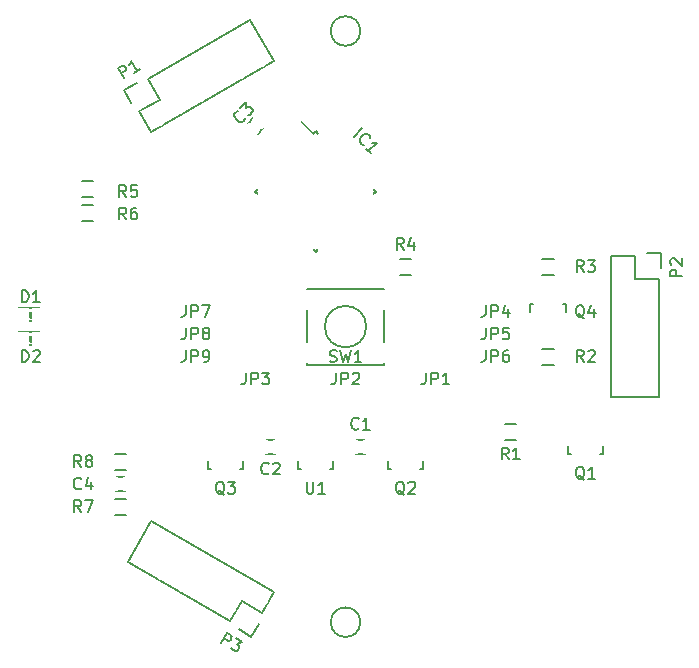
<source format=gto>
G04 #@! TF.FileFunction,Legend,Top*
%FSLAX46Y46*%
G04 Gerber Fmt 4.6, Leading zero omitted, Abs format (unit mm)*
G04 Created by KiCad (PCBNEW (2015-08-12 BZR 6086)-product) date Tue 01 Sep 2015 09:02:53 PM CEST*
%MOMM*%
G01*
G04 APERTURE LIST*
%ADD10C,0.100000*%
%ADD11C,0.150000*%
%ADD12C,2.400000*%
%ADD13C,1.400000*%
%ADD14R,8.020000X8.020000*%
%ADD15R,3.250000X3.250000*%
%ADD16R,1.600000X1.150000*%
%ADD17R,1.600000X1.300000*%
%ADD18R,1.950000X1.700000*%
%ADD19R,1.200100X1.200100*%
%ADD20R,1.197560X1.197560*%
%ADD21C,1.760000*%
%ADD22C,1.760000*%
%ADD23R,1.760000X1.760000*%
%ADD24O,1.760000X1.760000*%
G04 APERTURE END LIST*
D10*
D11*
X128250000Y-152025000D02*
G75*
G03X128250000Y-152025000I-1250000J0D01*
G01*
X128250000Y-101975000D02*
G75*
G03X128250000Y-101975000I-1250000J0D01*
G01*
X124460000Y-110443476D02*
X124230190Y-110673286D01*
X129586524Y-115570000D02*
X129356714Y-115799810D01*
X124460000Y-120696524D02*
X124689810Y-120466714D01*
X119333476Y-115570000D02*
X119563286Y-115340190D01*
X124460000Y-110443476D02*
X124689810Y-110673286D01*
X119333476Y-115570000D02*
X119563286Y-115799810D01*
X124460000Y-120696524D02*
X124230190Y-120466714D01*
X129586524Y-115570000D02*
X129356714Y-115340190D01*
X124230190Y-110673286D02*
X123222563Y-109665658D01*
X127920000Y-136560000D02*
X128620000Y-136560000D01*
X128620000Y-137760000D02*
X127920000Y-137760000D01*
X121000000Y-137760000D02*
X120300000Y-137760000D01*
X120300000Y-136560000D02*
X121000000Y-136560000D01*
X118708249Y-109805223D02*
X119203223Y-109310249D01*
X120051751Y-110158777D02*
X119556777Y-110653751D01*
X140470000Y-135215000D02*
X141470000Y-135215000D01*
X141470000Y-136565000D02*
X140470000Y-136565000D01*
X128750714Y-127000000D02*
G75*
G03X128750714Y-127000000I-1750714J0D01*
G01*
X130225000Y-123775000D02*
X130225000Y-123900000D01*
X130225000Y-130225000D02*
X130225000Y-130100000D01*
X123775000Y-130225000D02*
X123775000Y-130100000D01*
X123775000Y-123900000D02*
X123775000Y-123775000D01*
X130225000Y-125600000D02*
X130225000Y-128400000D01*
X123775000Y-123775000D02*
X130225000Y-123775000D01*
X123775000Y-125600000D02*
X123775000Y-128400000D01*
X123775000Y-130225000D02*
X130225000Y-130225000D01*
X143645000Y-128865000D02*
X144645000Y-128865000D01*
X144645000Y-130215000D02*
X143645000Y-130215000D01*
X144645000Y-122595000D02*
X143645000Y-122595000D01*
X143645000Y-121245000D02*
X144645000Y-121245000D01*
X132580000Y-122595000D02*
X131580000Y-122595000D01*
X131580000Y-121245000D02*
X132580000Y-121245000D01*
X146020840Y-137810240D02*
X146069100Y-137810240D01*
X148819820Y-137109200D02*
X148819820Y-137810240D01*
X148819820Y-137810240D02*
X148570900Y-137810240D01*
X146020840Y-137810240D02*
X145820180Y-137810240D01*
X145820180Y-137810240D02*
X145820180Y-137109200D01*
X130780840Y-139080240D02*
X130829100Y-139080240D01*
X133579820Y-138379200D02*
X133579820Y-139080240D01*
X133579820Y-139080240D02*
X133330900Y-139080240D01*
X130780840Y-139080240D02*
X130580180Y-139080240D01*
X130580180Y-139080240D02*
X130580180Y-138379200D01*
X115540840Y-139080240D02*
X115589100Y-139080240D01*
X118339820Y-138379200D02*
X118339820Y-139080240D01*
X118339820Y-139080240D02*
X118090900Y-139080240D01*
X115540840Y-139080240D02*
X115340180Y-139080240D01*
X115340180Y-139080240D02*
X115340180Y-138379200D01*
X145444160Y-125079760D02*
X145395900Y-125079760D01*
X142645180Y-125780800D02*
X142645180Y-125079760D01*
X142645180Y-125079760D02*
X142894100Y-125079760D01*
X145444160Y-125079760D02*
X145644820Y-125079760D01*
X145644820Y-125079760D02*
X145644820Y-125780800D01*
X108300000Y-140935000D02*
X107600000Y-140935000D01*
X107600000Y-139735000D02*
X108300000Y-139735000D01*
X104656000Y-114641000D02*
X105656000Y-114641000D01*
X105656000Y-115991000D02*
X104656000Y-115991000D01*
X104656000Y-116673000D02*
X105656000Y-116673000D01*
X105656000Y-118023000D02*
X104656000Y-118023000D01*
X108450000Y-142915000D02*
X107450000Y-142915000D01*
X107450000Y-141565000D02*
X108450000Y-141565000D01*
X107450000Y-137755000D02*
X108450000Y-137755000D01*
X108450000Y-139105000D02*
X107450000Y-139105000D01*
X99230000Y-126534000D02*
X101130000Y-126534000D01*
X99230000Y-125434000D02*
X101130000Y-125434000D01*
X100130000Y-125984000D02*
X100580000Y-125984000D01*
X100080000Y-125734000D02*
X100080000Y-126234000D01*
X100080000Y-125984000D02*
X100330000Y-125734000D01*
X100330000Y-125734000D02*
X100330000Y-126234000D01*
X100330000Y-126234000D02*
X100080000Y-125984000D01*
X99230000Y-128566000D02*
X101130000Y-128566000D01*
X99230000Y-127466000D02*
X101130000Y-127466000D01*
X100130000Y-128016000D02*
X100580000Y-128016000D01*
X100080000Y-127766000D02*
X100080000Y-128266000D01*
X100080000Y-128016000D02*
X100330000Y-127766000D01*
X100330000Y-127766000D02*
X100330000Y-128266000D01*
X100330000Y-128266000D02*
X100080000Y-128016000D01*
X123160840Y-139080240D02*
X123209100Y-139080240D01*
X125959820Y-138379200D02*
X125959820Y-139080240D01*
X125959820Y-139080240D02*
X125710900Y-139080240D01*
X123160840Y-139080240D02*
X122960180Y-139080240D01*
X122960180Y-139080240D02*
X122960180Y-138379200D01*
X120946152Y-104514428D02*
X110553848Y-110514428D01*
X110285898Y-106050327D02*
X118946152Y-101050327D01*
X120946152Y-104514428D02*
X118946152Y-101050327D01*
X110553848Y-110514428D02*
X109553848Y-108782377D01*
X109309873Y-106359801D02*
X108253322Y-106969801D01*
X109553848Y-108782377D02*
X111285898Y-107782377D01*
X111285898Y-107782377D02*
X110285898Y-106050327D01*
X108253322Y-106969801D02*
X108863322Y-108026352D01*
X110553848Y-143485572D02*
X120946152Y-149485572D01*
X117214102Y-151949673D02*
X108553848Y-146949673D01*
X110553848Y-143485572D02*
X108553848Y-146949673D01*
X120946152Y-149485572D02*
X119946152Y-151217623D01*
X117970127Y-152640199D02*
X119026678Y-153250199D01*
X119946152Y-151217623D02*
X118214102Y-150217623D01*
X118214102Y-150217623D02*
X117214102Y-151949673D01*
X119026678Y-153250199D02*
X119636678Y-152193648D01*
X149500000Y-133000000D02*
X149500000Y-121000000D01*
X153500000Y-123000000D02*
X153500000Y-133000000D01*
X149500000Y-133000000D02*
X153500000Y-133000000D01*
X149500000Y-121000000D02*
X151500000Y-121000000D01*
X153720000Y-122000000D02*
X153720000Y-120780000D01*
X151500000Y-121000000D02*
X151500000Y-123000000D01*
X151500000Y-123000000D02*
X153500000Y-123000000D01*
X153720000Y-120780000D02*
X152500000Y-120780000D01*
X127727844Y-110921615D02*
X128434951Y-110214508D01*
X128535966Y-111595050D02*
X128468622Y-111595050D01*
X128333935Y-111527707D01*
X128266592Y-111460363D01*
X128199248Y-111325676D01*
X128199248Y-111190989D01*
X128232920Y-111089974D01*
X128333935Y-110921615D01*
X128434951Y-110820599D01*
X128603309Y-110719584D01*
X128704324Y-110685912D01*
X128839011Y-110685912D01*
X128973699Y-110753257D01*
X129041042Y-110820600D01*
X129108386Y-110955287D01*
X129108386Y-111022630D01*
X129142057Y-112335829D02*
X128737996Y-111931767D01*
X128940026Y-112133798D02*
X129647133Y-111426691D01*
X129478774Y-111460363D01*
X129344088Y-111460363D01*
X129243072Y-111426691D01*
X128103334Y-135617143D02*
X128055715Y-135664762D01*
X127912858Y-135712381D01*
X127817620Y-135712381D01*
X127674762Y-135664762D01*
X127579524Y-135569524D01*
X127531905Y-135474286D01*
X127484286Y-135283810D01*
X127484286Y-135140952D01*
X127531905Y-134950476D01*
X127579524Y-134855238D01*
X127674762Y-134760000D01*
X127817620Y-134712381D01*
X127912858Y-134712381D01*
X128055715Y-134760000D01*
X128103334Y-134807619D01*
X129055715Y-135712381D02*
X128484286Y-135712381D01*
X128770000Y-135712381D02*
X128770000Y-134712381D01*
X128674762Y-134855238D01*
X128579524Y-134950476D01*
X128484286Y-134998095D01*
X120483334Y-139417143D02*
X120435715Y-139464762D01*
X120292858Y-139512381D01*
X120197620Y-139512381D01*
X120054762Y-139464762D01*
X119959524Y-139369524D01*
X119911905Y-139274286D01*
X119864286Y-139083810D01*
X119864286Y-138940952D01*
X119911905Y-138750476D01*
X119959524Y-138655238D01*
X120054762Y-138560000D01*
X120197620Y-138512381D01*
X120292858Y-138512381D01*
X120435715Y-138560000D01*
X120483334Y-138607619D01*
X120864286Y-138607619D02*
X120911905Y-138560000D01*
X121007143Y-138512381D01*
X121245239Y-138512381D01*
X121340477Y-138560000D01*
X121388096Y-138607619D01*
X121435715Y-138702857D01*
X121435715Y-138798095D01*
X121388096Y-138940952D01*
X120816667Y-139512381D01*
X121435715Y-139512381D01*
X118498688Y-109336389D02*
X118498688Y-109403732D01*
X118431344Y-109538419D01*
X118364001Y-109605763D01*
X118229313Y-109673107D01*
X118094626Y-109673107D01*
X117993611Y-109639435D01*
X117825253Y-109538420D01*
X117724237Y-109437404D01*
X117623222Y-109269045D01*
X117589550Y-109168030D01*
X117589550Y-109033343D01*
X117656894Y-108898656D01*
X117724237Y-108831312D01*
X117858924Y-108763969D01*
X117926268Y-108763969D01*
X118094626Y-108460924D02*
X118532359Y-108023190D01*
X118566030Y-108528267D01*
X118667046Y-108427251D01*
X118768061Y-108393579D01*
X118835405Y-108393579D01*
X118936421Y-108427252D01*
X119104779Y-108595610D01*
X119138451Y-108696626D01*
X119138451Y-108763969D01*
X119104779Y-108864984D01*
X118902748Y-109067015D01*
X118801733Y-109100687D01*
X118734390Y-109100687D01*
X140803334Y-138242381D02*
X140470000Y-137766190D01*
X140231905Y-138242381D02*
X140231905Y-137242381D01*
X140612858Y-137242381D01*
X140708096Y-137290000D01*
X140755715Y-137337619D01*
X140803334Y-137432857D01*
X140803334Y-137575714D01*
X140755715Y-137670952D01*
X140708096Y-137718571D01*
X140612858Y-137766190D01*
X140231905Y-137766190D01*
X141755715Y-138242381D02*
X141184286Y-138242381D01*
X141470000Y-138242381D02*
X141470000Y-137242381D01*
X141374762Y-137385238D01*
X141279524Y-137480476D01*
X141184286Y-137528095D01*
X125666667Y-129944762D02*
X125809524Y-129992381D01*
X126047620Y-129992381D01*
X126142858Y-129944762D01*
X126190477Y-129897143D01*
X126238096Y-129801905D01*
X126238096Y-129706667D01*
X126190477Y-129611429D01*
X126142858Y-129563810D01*
X126047620Y-129516190D01*
X125857143Y-129468571D01*
X125761905Y-129420952D01*
X125714286Y-129373333D01*
X125666667Y-129278095D01*
X125666667Y-129182857D01*
X125714286Y-129087619D01*
X125761905Y-129040000D01*
X125857143Y-128992381D01*
X126095239Y-128992381D01*
X126238096Y-129040000D01*
X126571429Y-128992381D02*
X126809524Y-129992381D01*
X127000001Y-129278095D01*
X127190477Y-129992381D01*
X127428572Y-128992381D01*
X128333334Y-129992381D02*
X127761905Y-129992381D01*
X128047619Y-129992381D02*
X128047619Y-128992381D01*
X127952381Y-129135238D01*
X127857143Y-129230476D01*
X127761905Y-129278095D01*
X147153334Y-129992381D02*
X146820000Y-129516190D01*
X146581905Y-129992381D02*
X146581905Y-128992381D01*
X146962858Y-128992381D01*
X147058096Y-129040000D01*
X147105715Y-129087619D01*
X147153334Y-129182857D01*
X147153334Y-129325714D01*
X147105715Y-129420952D01*
X147058096Y-129468571D01*
X146962858Y-129516190D01*
X146581905Y-129516190D01*
X147534286Y-129087619D02*
X147581905Y-129040000D01*
X147677143Y-128992381D01*
X147915239Y-128992381D01*
X148010477Y-129040000D01*
X148058096Y-129087619D01*
X148105715Y-129182857D01*
X148105715Y-129278095D01*
X148058096Y-129420952D01*
X147486667Y-129992381D01*
X148105715Y-129992381D01*
X147153334Y-122372381D02*
X146820000Y-121896190D01*
X146581905Y-122372381D02*
X146581905Y-121372381D01*
X146962858Y-121372381D01*
X147058096Y-121420000D01*
X147105715Y-121467619D01*
X147153334Y-121562857D01*
X147153334Y-121705714D01*
X147105715Y-121800952D01*
X147058096Y-121848571D01*
X146962858Y-121896190D01*
X146581905Y-121896190D01*
X147486667Y-121372381D02*
X148105715Y-121372381D01*
X147772381Y-121753333D01*
X147915239Y-121753333D01*
X148010477Y-121800952D01*
X148058096Y-121848571D01*
X148105715Y-121943810D01*
X148105715Y-122181905D01*
X148058096Y-122277143D01*
X148010477Y-122324762D01*
X147915239Y-122372381D01*
X147629524Y-122372381D01*
X147534286Y-122324762D01*
X147486667Y-122277143D01*
X131913334Y-120472381D02*
X131580000Y-119996190D01*
X131341905Y-120472381D02*
X131341905Y-119472381D01*
X131722858Y-119472381D01*
X131818096Y-119520000D01*
X131865715Y-119567619D01*
X131913334Y-119662857D01*
X131913334Y-119805714D01*
X131865715Y-119900952D01*
X131818096Y-119948571D01*
X131722858Y-119996190D01*
X131341905Y-119996190D01*
X132770477Y-119805714D02*
X132770477Y-120472381D01*
X132532381Y-119424762D02*
X132294286Y-120139048D01*
X132913334Y-120139048D01*
X133786667Y-130897381D02*
X133786667Y-131611667D01*
X133739047Y-131754524D01*
X133643809Y-131849762D01*
X133500952Y-131897381D01*
X133405714Y-131897381D01*
X134262857Y-131897381D02*
X134262857Y-130897381D01*
X134643810Y-130897381D01*
X134739048Y-130945000D01*
X134786667Y-130992619D01*
X134834286Y-131087857D01*
X134834286Y-131230714D01*
X134786667Y-131325952D01*
X134739048Y-131373571D01*
X134643810Y-131421190D01*
X134262857Y-131421190D01*
X135786667Y-131897381D02*
X135215238Y-131897381D01*
X135500952Y-131897381D02*
X135500952Y-130897381D01*
X135405714Y-131040238D01*
X135310476Y-131135476D01*
X135215238Y-131183095D01*
X126166667Y-130897381D02*
X126166667Y-131611667D01*
X126119047Y-131754524D01*
X126023809Y-131849762D01*
X125880952Y-131897381D01*
X125785714Y-131897381D01*
X126642857Y-131897381D02*
X126642857Y-130897381D01*
X127023810Y-130897381D01*
X127119048Y-130945000D01*
X127166667Y-130992619D01*
X127214286Y-131087857D01*
X127214286Y-131230714D01*
X127166667Y-131325952D01*
X127119048Y-131373571D01*
X127023810Y-131421190D01*
X126642857Y-131421190D01*
X127595238Y-130992619D02*
X127642857Y-130945000D01*
X127738095Y-130897381D01*
X127976191Y-130897381D01*
X128071429Y-130945000D01*
X128119048Y-130992619D01*
X128166667Y-131087857D01*
X128166667Y-131183095D01*
X128119048Y-131325952D01*
X127547619Y-131897381D01*
X128166667Y-131897381D01*
X118546667Y-130897381D02*
X118546667Y-131611667D01*
X118499047Y-131754524D01*
X118403809Y-131849762D01*
X118260952Y-131897381D01*
X118165714Y-131897381D01*
X119022857Y-131897381D02*
X119022857Y-130897381D01*
X119403810Y-130897381D01*
X119499048Y-130945000D01*
X119546667Y-130992619D01*
X119594286Y-131087857D01*
X119594286Y-131230714D01*
X119546667Y-131325952D01*
X119499048Y-131373571D01*
X119403810Y-131421190D01*
X119022857Y-131421190D01*
X119927619Y-130897381D02*
X120546667Y-130897381D01*
X120213333Y-131278333D01*
X120356191Y-131278333D01*
X120451429Y-131325952D01*
X120499048Y-131373571D01*
X120546667Y-131468810D01*
X120546667Y-131706905D01*
X120499048Y-131802143D01*
X120451429Y-131849762D01*
X120356191Y-131897381D01*
X120070476Y-131897381D01*
X119975238Y-131849762D01*
X119927619Y-131802143D01*
X138866667Y-128992381D02*
X138866667Y-129706667D01*
X138819047Y-129849524D01*
X138723809Y-129944762D01*
X138580952Y-129992381D01*
X138485714Y-129992381D01*
X139342857Y-129992381D02*
X139342857Y-128992381D01*
X139723810Y-128992381D01*
X139819048Y-129040000D01*
X139866667Y-129087619D01*
X139914286Y-129182857D01*
X139914286Y-129325714D01*
X139866667Y-129420952D01*
X139819048Y-129468571D01*
X139723810Y-129516190D01*
X139342857Y-129516190D01*
X140771429Y-128992381D02*
X140580952Y-128992381D01*
X140485714Y-129040000D01*
X140438095Y-129087619D01*
X140342857Y-129230476D01*
X140295238Y-129420952D01*
X140295238Y-129801905D01*
X140342857Y-129897143D01*
X140390476Y-129944762D01*
X140485714Y-129992381D01*
X140676191Y-129992381D01*
X140771429Y-129944762D01*
X140819048Y-129897143D01*
X140866667Y-129801905D01*
X140866667Y-129563810D01*
X140819048Y-129468571D01*
X140771429Y-129420952D01*
X140676191Y-129373333D01*
X140485714Y-129373333D01*
X140390476Y-129420952D01*
X140342857Y-129468571D01*
X140295238Y-129563810D01*
X138866667Y-127087381D02*
X138866667Y-127801667D01*
X138819047Y-127944524D01*
X138723809Y-128039762D01*
X138580952Y-128087381D01*
X138485714Y-128087381D01*
X139342857Y-128087381D02*
X139342857Y-127087381D01*
X139723810Y-127087381D01*
X139819048Y-127135000D01*
X139866667Y-127182619D01*
X139914286Y-127277857D01*
X139914286Y-127420714D01*
X139866667Y-127515952D01*
X139819048Y-127563571D01*
X139723810Y-127611190D01*
X139342857Y-127611190D01*
X140819048Y-127087381D02*
X140342857Y-127087381D01*
X140295238Y-127563571D01*
X140342857Y-127515952D01*
X140438095Y-127468333D01*
X140676191Y-127468333D01*
X140771429Y-127515952D01*
X140819048Y-127563571D01*
X140866667Y-127658810D01*
X140866667Y-127896905D01*
X140819048Y-127992143D01*
X140771429Y-128039762D01*
X140676191Y-128087381D01*
X140438095Y-128087381D01*
X140342857Y-128039762D01*
X140295238Y-127992143D01*
X138866667Y-125182381D02*
X138866667Y-125896667D01*
X138819047Y-126039524D01*
X138723809Y-126134762D01*
X138580952Y-126182381D01*
X138485714Y-126182381D01*
X139342857Y-126182381D02*
X139342857Y-125182381D01*
X139723810Y-125182381D01*
X139819048Y-125230000D01*
X139866667Y-125277619D01*
X139914286Y-125372857D01*
X139914286Y-125515714D01*
X139866667Y-125610952D01*
X139819048Y-125658571D01*
X139723810Y-125706190D01*
X139342857Y-125706190D01*
X140771429Y-125515714D02*
X140771429Y-126182381D01*
X140533333Y-125134762D02*
X140295238Y-125849048D01*
X140914286Y-125849048D01*
X147224762Y-139957619D02*
X147129524Y-139910000D01*
X147034286Y-139814762D01*
X146891429Y-139671905D01*
X146796190Y-139624286D01*
X146700952Y-139624286D01*
X146748571Y-139862381D02*
X146653333Y-139814762D01*
X146558095Y-139719524D01*
X146510476Y-139529048D01*
X146510476Y-139195714D01*
X146558095Y-139005238D01*
X146653333Y-138910000D01*
X146748571Y-138862381D01*
X146939048Y-138862381D01*
X147034286Y-138910000D01*
X147129524Y-139005238D01*
X147177143Y-139195714D01*
X147177143Y-139529048D01*
X147129524Y-139719524D01*
X147034286Y-139814762D01*
X146939048Y-139862381D01*
X146748571Y-139862381D01*
X148129524Y-139862381D02*
X147558095Y-139862381D01*
X147843809Y-139862381D02*
X147843809Y-138862381D01*
X147748571Y-139005238D01*
X147653333Y-139100476D01*
X147558095Y-139148095D01*
X131984762Y-141227619D02*
X131889524Y-141180000D01*
X131794286Y-141084762D01*
X131651429Y-140941905D01*
X131556190Y-140894286D01*
X131460952Y-140894286D01*
X131508571Y-141132381D02*
X131413333Y-141084762D01*
X131318095Y-140989524D01*
X131270476Y-140799048D01*
X131270476Y-140465714D01*
X131318095Y-140275238D01*
X131413333Y-140180000D01*
X131508571Y-140132381D01*
X131699048Y-140132381D01*
X131794286Y-140180000D01*
X131889524Y-140275238D01*
X131937143Y-140465714D01*
X131937143Y-140799048D01*
X131889524Y-140989524D01*
X131794286Y-141084762D01*
X131699048Y-141132381D01*
X131508571Y-141132381D01*
X132318095Y-140227619D02*
X132365714Y-140180000D01*
X132460952Y-140132381D01*
X132699048Y-140132381D01*
X132794286Y-140180000D01*
X132841905Y-140227619D01*
X132889524Y-140322857D01*
X132889524Y-140418095D01*
X132841905Y-140560952D01*
X132270476Y-141132381D01*
X132889524Y-141132381D01*
X116744762Y-141227619D02*
X116649524Y-141180000D01*
X116554286Y-141084762D01*
X116411429Y-140941905D01*
X116316190Y-140894286D01*
X116220952Y-140894286D01*
X116268571Y-141132381D02*
X116173333Y-141084762D01*
X116078095Y-140989524D01*
X116030476Y-140799048D01*
X116030476Y-140465714D01*
X116078095Y-140275238D01*
X116173333Y-140180000D01*
X116268571Y-140132381D01*
X116459048Y-140132381D01*
X116554286Y-140180000D01*
X116649524Y-140275238D01*
X116697143Y-140465714D01*
X116697143Y-140799048D01*
X116649524Y-140989524D01*
X116554286Y-141084762D01*
X116459048Y-141132381D01*
X116268571Y-141132381D01*
X117030476Y-140132381D02*
X117649524Y-140132381D01*
X117316190Y-140513333D01*
X117459048Y-140513333D01*
X117554286Y-140560952D01*
X117601905Y-140608571D01*
X117649524Y-140703810D01*
X117649524Y-140941905D01*
X117601905Y-141037143D01*
X117554286Y-141084762D01*
X117459048Y-141132381D01*
X117173333Y-141132381D01*
X117078095Y-141084762D01*
X117030476Y-141037143D01*
X147224762Y-126277619D02*
X147129524Y-126230000D01*
X147034286Y-126134762D01*
X146891429Y-125991905D01*
X146796190Y-125944286D01*
X146700952Y-125944286D01*
X146748571Y-126182381D02*
X146653333Y-126134762D01*
X146558095Y-126039524D01*
X146510476Y-125849048D01*
X146510476Y-125515714D01*
X146558095Y-125325238D01*
X146653333Y-125230000D01*
X146748571Y-125182381D01*
X146939048Y-125182381D01*
X147034286Y-125230000D01*
X147129524Y-125325238D01*
X147177143Y-125515714D01*
X147177143Y-125849048D01*
X147129524Y-126039524D01*
X147034286Y-126134762D01*
X146939048Y-126182381D01*
X146748571Y-126182381D01*
X148034286Y-125515714D02*
X148034286Y-126182381D01*
X147796190Y-125134762D02*
X147558095Y-125849048D01*
X148177143Y-125849048D01*
X104608334Y-140692143D02*
X104560715Y-140739762D01*
X104417858Y-140787381D01*
X104322620Y-140787381D01*
X104179762Y-140739762D01*
X104084524Y-140644524D01*
X104036905Y-140549286D01*
X103989286Y-140358810D01*
X103989286Y-140215952D01*
X104036905Y-140025476D01*
X104084524Y-139930238D01*
X104179762Y-139835000D01*
X104322620Y-139787381D01*
X104417858Y-139787381D01*
X104560715Y-139835000D01*
X104608334Y-139882619D01*
X105465477Y-140120714D02*
X105465477Y-140787381D01*
X105227381Y-139739762D02*
X104989286Y-140454048D01*
X105608334Y-140454048D01*
X113466667Y-125182381D02*
X113466667Y-125896667D01*
X113419047Y-126039524D01*
X113323809Y-126134762D01*
X113180952Y-126182381D01*
X113085714Y-126182381D01*
X113942857Y-126182381D02*
X113942857Y-125182381D01*
X114323810Y-125182381D01*
X114419048Y-125230000D01*
X114466667Y-125277619D01*
X114514286Y-125372857D01*
X114514286Y-125515714D01*
X114466667Y-125610952D01*
X114419048Y-125658571D01*
X114323810Y-125706190D01*
X113942857Y-125706190D01*
X114847619Y-125182381D02*
X115514286Y-125182381D01*
X115085714Y-126182381D01*
X113466667Y-127087381D02*
X113466667Y-127801667D01*
X113419047Y-127944524D01*
X113323809Y-128039762D01*
X113180952Y-128087381D01*
X113085714Y-128087381D01*
X113942857Y-128087381D02*
X113942857Y-127087381D01*
X114323810Y-127087381D01*
X114419048Y-127135000D01*
X114466667Y-127182619D01*
X114514286Y-127277857D01*
X114514286Y-127420714D01*
X114466667Y-127515952D01*
X114419048Y-127563571D01*
X114323810Y-127611190D01*
X113942857Y-127611190D01*
X115085714Y-127515952D02*
X114990476Y-127468333D01*
X114942857Y-127420714D01*
X114895238Y-127325476D01*
X114895238Y-127277857D01*
X114942857Y-127182619D01*
X114990476Y-127135000D01*
X115085714Y-127087381D01*
X115276191Y-127087381D01*
X115371429Y-127135000D01*
X115419048Y-127182619D01*
X115466667Y-127277857D01*
X115466667Y-127325476D01*
X115419048Y-127420714D01*
X115371429Y-127468333D01*
X115276191Y-127515952D01*
X115085714Y-127515952D01*
X114990476Y-127563571D01*
X114942857Y-127611190D01*
X114895238Y-127706429D01*
X114895238Y-127896905D01*
X114942857Y-127992143D01*
X114990476Y-128039762D01*
X115085714Y-128087381D01*
X115276191Y-128087381D01*
X115371429Y-128039762D01*
X115419048Y-127992143D01*
X115466667Y-127896905D01*
X115466667Y-127706429D01*
X115419048Y-127611190D01*
X115371429Y-127563571D01*
X115276191Y-127515952D01*
X113466667Y-128992381D02*
X113466667Y-129706667D01*
X113419047Y-129849524D01*
X113323809Y-129944762D01*
X113180952Y-129992381D01*
X113085714Y-129992381D01*
X113942857Y-129992381D02*
X113942857Y-128992381D01*
X114323810Y-128992381D01*
X114419048Y-129040000D01*
X114466667Y-129087619D01*
X114514286Y-129182857D01*
X114514286Y-129325714D01*
X114466667Y-129420952D01*
X114419048Y-129468571D01*
X114323810Y-129516190D01*
X113942857Y-129516190D01*
X114990476Y-129992381D02*
X115180952Y-129992381D01*
X115276191Y-129944762D01*
X115323810Y-129897143D01*
X115419048Y-129754286D01*
X115466667Y-129563810D01*
X115466667Y-129182857D01*
X115419048Y-129087619D01*
X115371429Y-129040000D01*
X115276191Y-128992381D01*
X115085714Y-128992381D01*
X114990476Y-129040000D01*
X114942857Y-129087619D01*
X114895238Y-129182857D01*
X114895238Y-129420952D01*
X114942857Y-129516190D01*
X114990476Y-129563810D01*
X115085714Y-129611429D01*
X115276191Y-129611429D01*
X115371429Y-129563810D01*
X115419048Y-129516190D01*
X115466667Y-129420952D01*
X108418334Y-116022381D02*
X108085000Y-115546190D01*
X107846905Y-116022381D02*
X107846905Y-115022381D01*
X108227858Y-115022381D01*
X108323096Y-115070000D01*
X108370715Y-115117619D01*
X108418334Y-115212857D01*
X108418334Y-115355714D01*
X108370715Y-115450952D01*
X108323096Y-115498571D01*
X108227858Y-115546190D01*
X107846905Y-115546190D01*
X109323096Y-115022381D02*
X108846905Y-115022381D01*
X108799286Y-115498571D01*
X108846905Y-115450952D01*
X108942143Y-115403333D01*
X109180239Y-115403333D01*
X109275477Y-115450952D01*
X109323096Y-115498571D01*
X109370715Y-115593810D01*
X109370715Y-115831905D01*
X109323096Y-115927143D01*
X109275477Y-115974762D01*
X109180239Y-116022381D01*
X108942143Y-116022381D01*
X108846905Y-115974762D01*
X108799286Y-115927143D01*
X108418334Y-117927381D02*
X108085000Y-117451190D01*
X107846905Y-117927381D02*
X107846905Y-116927381D01*
X108227858Y-116927381D01*
X108323096Y-116975000D01*
X108370715Y-117022619D01*
X108418334Y-117117857D01*
X108418334Y-117260714D01*
X108370715Y-117355952D01*
X108323096Y-117403571D01*
X108227858Y-117451190D01*
X107846905Y-117451190D01*
X109275477Y-116927381D02*
X109085000Y-116927381D01*
X108989762Y-116975000D01*
X108942143Y-117022619D01*
X108846905Y-117165476D01*
X108799286Y-117355952D01*
X108799286Y-117736905D01*
X108846905Y-117832143D01*
X108894524Y-117879762D01*
X108989762Y-117927381D01*
X109180239Y-117927381D01*
X109275477Y-117879762D01*
X109323096Y-117832143D01*
X109370715Y-117736905D01*
X109370715Y-117498810D01*
X109323096Y-117403571D01*
X109275477Y-117355952D01*
X109180239Y-117308333D01*
X108989762Y-117308333D01*
X108894524Y-117355952D01*
X108846905Y-117403571D01*
X108799286Y-117498810D01*
X104608334Y-142692381D02*
X104275000Y-142216190D01*
X104036905Y-142692381D02*
X104036905Y-141692381D01*
X104417858Y-141692381D01*
X104513096Y-141740000D01*
X104560715Y-141787619D01*
X104608334Y-141882857D01*
X104608334Y-142025714D01*
X104560715Y-142120952D01*
X104513096Y-142168571D01*
X104417858Y-142216190D01*
X104036905Y-142216190D01*
X104941667Y-141692381D02*
X105608334Y-141692381D01*
X105179762Y-142692381D01*
X104608334Y-138882381D02*
X104275000Y-138406190D01*
X104036905Y-138882381D02*
X104036905Y-137882381D01*
X104417858Y-137882381D01*
X104513096Y-137930000D01*
X104560715Y-137977619D01*
X104608334Y-138072857D01*
X104608334Y-138215714D01*
X104560715Y-138310952D01*
X104513096Y-138358571D01*
X104417858Y-138406190D01*
X104036905Y-138406190D01*
X105179762Y-138310952D02*
X105084524Y-138263333D01*
X105036905Y-138215714D01*
X104989286Y-138120476D01*
X104989286Y-138072857D01*
X105036905Y-137977619D01*
X105084524Y-137930000D01*
X105179762Y-137882381D01*
X105370239Y-137882381D01*
X105465477Y-137930000D01*
X105513096Y-137977619D01*
X105560715Y-138072857D01*
X105560715Y-138120476D01*
X105513096Y-138215714D01*
X105465477Y-138263333D01*
X105370239Y-138310952D01*
X105179762Y-138310952D01*
X105084524Y-138358571D01*
X105036905Y-138406190D01*
X104989286Y-138501429D01*
X104989286Y-138691905D01*
X105036905Y-138787143D01*
X105084524Y-138834762D01*
X105179762Y-138882381D01*
X105370239Y-138882381D01*
X105465477Y-138834762D01*
X105513096Y-138787143D01*
X105560715Y-138691905D01*
X105560715Y-138501429D01*
X105513096Y-138406190D01*
X105465477Y-138358571D01*
X105370239Y-138310952D01*
X99591905Y-124936381D02*
X99591905Y-123936381D01*
X99830000Y-123936381D01*
X99972858Y-123984000D01*
X100068096Y-124079238D01*
X100115715Y-124174476D01*
X100163334Y-124364952D01*
X100163334Y-124507810D01*
X100115715Y-124698286D01*
X100068096Y-124793524D01*
X99972858Y-124888762D01*
X99830000Y-124936381D01*
X99591905Y-124936381D01*
X101115715Y-124936381D02*
X100544286Y-124936381D01*
X100830000Y-124936381D02*
X100830000Y-123936381D01*
X100734762Y-124079238D01*
X100639524Y-124174476D01*
X100544286Y-124222095D01*
X99591905Y-129992381D02*
X99591905Y-128992381D01*
X99830000Y-128992381D01*
X99972858Y-129040000D01*
X100068096Y-129135238D01*
X100115715Y-129230476D01*
X100163334Y-129420952D01*
X100163334Y-129563810D01*
X100115715Y-129754286D01*
X100068096Y-129849524D01*
X99972858Y-129944762D01*
X99830000Y-129992381D01*
X99591905Y-129992381D01*
X100544286Y-129087619D02*
X100591905Y-129040000D01*
X100687143Y-128992381D01*
X100925239Y-128992381D01*
X101020477Y-129040000D01*
X101068096Y-129087619D01*
X101115715Y-129182857D01*
X101115715Y-129278095D01*
X101068096Y-129420952D01*
X100496667Y-129992381D01*
X101115715Y-129992381D01*
X123698095Y-140132381D02*
X123698095Y-140941905D01*
X123745714Y-141037143D01*
X123793333Y-141084762D01*
X123888571Y-141132381D01*
X124079048Y-141132381D01*
X124174286Y-141084762D01*
X124221905Y-141037143D01*
X124269524Y-140941905D01*
X124269524Y-140132381D01*
X125269524Y-141132381D02*
X124698095Y-141132381D01*
X124983809Y-141132381D02*
X124983809Y-140132381D01*
X124888571Y-140275238D01*
X124793333Y-140370476D01*
X124698095Y-140418095D01*
X108236854Y-105977468D02*
X107736854Y-105111443D01*
X108066769Y-104920966D01*
X108173057Y-104914586D01*
X108238106Y-104932016D01*
X108326965Y-104990685D01*
X108398393Y-105114403D01*
X108404773Y-105220691D01*
X108387343Y-105285740D01*
X108328674Y-105374598D01*
X107998759Y-105565074D01*
X109556513Y-105215563D02*
X109061641Y-105501277D01*
X109309076Y-105358420D02*
X108809076Y-104492395D01*
X108798026Y-104663732D01*
X108763167Y-104793829D01*
X108704498Y-104882688D01*
X116444727Y-153806079D02*
X116944727Y-152940054D01*
X117274642Y-153130530D01*
X117333311Y-153219388D01*
X117350741Y-153284437D01*
X117344362Y-153390725D01*
X117272933Y-153514443D01*
X117184075Y-153573112D01*
X117119026Y-153590542D01*
X117012738Y-153584162D01*
X116682823Y-153393685D01*
X117728274Y-153392435D02*
X118264386Y-153701959D01*
X117785234Y-153865206D01*
X117908953Y-153936635D01*
X117967622Y-154025493D01*
X117985051Y-154090542D01*
X117978671Y-154196831D01*
X117859624Y-154403027D01*
X117770765Y-154461696D01*
X117705717Y-154479126D01*
X117599429Y-154472746D01*
X117351992Y-154329888D01*
X117293323Y-154241030D01*
X117275893Y-154175981D01*
X155492381Y-122738095D02*
X154492381Y-122738095D01*
X154492381Y-122357142D01*
X154540000Y-122261904D01*
X154587619Y-122214285D01*
X154682857Y-122166666D01*
X154825714Y-122166666D01*
X154920952Y-122214285D01*
X154968571Y-122261904D01*
X155016190Y-122357142D01*
X155016190Y-122738095D01*
X154587619Y-121785714D02*
X154540000Y-121738095D01*
X154492381Y-121642857D01*
X154492381Y-121404761D01*
X154540000Y-121309523D01*
X154587619Y-121261904D01*
X154682857Y-121214285D01*
X154778095Y-121214285D01*
X154920952Y-121261904D01*
X155492381Y-121833333D01*
X155492381Y-121214285D01*
%LPC*%
D12*
X134620000Y-133100000D02*
X134620000Y-133600000D01*
X127000000Y-133100000D02*
X127000000Y-133600000D01*
X119380000Y-133100000D02*
X119380000Y-133600000D01*
D13*
X137035000Y-129540000D02*
X137285000Y-129540000D01*
X137035000Y-127635000D02*
X137285000Y-127635000D01*
X137035000Y-125730000D02*
X137285000Y-125730000D01*
X116965000Y-125730000D02*
X116715000Y-125730000D01*
X116965000Y-127635000D02*
X116715000Y-127635000D01*
X116965000Y-129540000D02*
X116715000Y-129540000D01*
D10*
G36*
X138217762Y-138409733D02*
X142227762Y-145355257D01*
X135282238Y-149365257D01*
X131272238Y-142419733D01*
X138217762Y-138409733D01*
X138217762Y-138409733D01*
G37*
D14*
X107500000Y-127000000D03*
D10*
G36*
X131624693Y-144970204D02*
X133249693Y-147784786D01*
X130435111Y-149409786D01*
X128810111Y-146595204D01*
X131624693Y-144970204D01*
X131624693Y-144970204D01*
G37*
G36*
X143064889Y-138365204D02*
X144689889Y-141179786D01*
X141875307Y-142804786D01*
X140250307Y-139990204D01*
X143064889Y-138365204D01*
X143064889Y-138365204D01*
G37*
D15*
X107500000Y-120395000D03*
X107500000Y-133605000D03*
D10*
G36*
X140250307Y-114009796D02*
X141875307Y-111195214D01*
X144689889Y-112820214D01*
X143064889Y-115634796D01*
X140250307Y-114009796D01*
X140250307Y-114009796D01*
G37*
G36*
X128810111Y-107404796D02*
X130435111Y-104590214D01*
X133249693Y-106215214D01*
X131624693Y-109029796D01*
X128810111Y-107404796D01*
X128810111Y-107404796D01*
G37*
G36*
X122391712Y-110213666D02*
X123063464Y-109541914D01*
X124477678Y-110956128D01*
X123805926Y-111627880D01*
X122391712Y-110213666D01*
X122391712Y-110213666D01*
G37*
G36*
X121826027Y-110779352D02*
X122497779Y-110107600D01*
X123911993Y-111521814D01*
X123240241Y-112193566D01*
X121826027Y-110779352D01*
X121826027Y-110779352D01*
G37*
G36*
X121260341Y-111345037D02*
X121932093Y-110673285D01*
X123346307Y-112087499D01*
X122674555Y-112759251D01*
X121260341Y-111345037D01*
X121260341Y-111345037D01*
G37*
G36*
X120694656Y-111910722D02*
X121366408Y-111238970D01*
X122780622Y-112653184D01*
X122108870Y-113324936D01*
X120694656Y-111910722D01*
X120694656Y-111910722D01*
G37*
G36*
X120128970Y-112476408D02*
X120800722Y-111804656D01*
X122214936Y-113218870D01*
X121543184Y-113890622D01*
X120128970Y-112476408D01*
X120128970Y-112476408D01*
G37*
G36*
X119563285Y-113042093D02*
X120235037Y-112370341D01*
X121649251Y-113784555D01*
X120977499Y-114456307D01*
X119563285Y-113042093D01*
X119563285Y-113042093D01*
G37*
G36*
X118997600Y-113607779D02*
X119669352Y-112936027D01*
X121083566Y-114350241D01*
X120411814Y-115021993D01*
X118997600Y-113607779D01*
X118997600Y-113607779D01*
G37*
G36*
X118431914Y-114173464D02*
X119103666Y-113501712D01*
X120517880Y-114915926D01*
X119846128Y-115587678D01*
X118431914Y-114173464D01*
X118431914Y-114173464D01*
G37*
G36*
X119103666Y-117638288D02*
X118431914Y-116966536D01*
X119846128Y-115552322D01*
X120517880Y-116224074D01*
X119103666Y-117638288D01*
X119103666Y-117638288D01*
G37*
G36*
X119669352Y-118203973D02*
X118997600Y-117532221D01*
X120411814Y-116118007D01*
X121083566Y-116789759D01*
X119669352Y-118203973D01*
X119669352Y-118203973D01*
G37*
G36*
X120235037Y-118769659D02*
X119563285Y-118097907D01*
X120977499Y-116683693D01*
X121649251Y-117355445D01*
X120235037Y-118769659D01*
X120235037Y-118769659D01*
G37*
G36*
X120800722Y-119335344D02*
X120128970Y-118663592D01*
X121543184Y-117249378D01*
X122214936Y-117921130D01*
X120800722Y-119335344D01*
X120800722Y-119335344D01*
G37*
G36*
X121366408Y-119901030D02*
X120694656Y-119229278D01*
X122108870Y-117815064D01*
X122780622Y-118486816D01*
X121366408Y-119901030D01*
X121366408Y-119901030D01*
G37*
G36*
X121932093Y-120466715D02*
X121260341Y-119794963D01*
X122674555Y-118380749D01*
X123346307Y-119052501D01*
X121932093Y-120466715D01*
X121932093Y-120466715D01*
G37*
G36*
X122497779Y-121032400D02*
X121826027Y-120360648D01*
X123240241Y-118946434D01*
X123911993Y-119618186D01*
X122497779Y-121032400D01*
X122497779Y-121032400D01*
G37*
G36*
X123063464Y-121598086D02*
X122391712Y-120926334D01*
X123805926Y-119512120D01*
X124477678Y-120183872D01*
X123063464Y-121598086D01*
X123063464Y-121598086D01*
G37*
G36*
X124442322Y-120183872D02*
X125114074Y-119512120D01*
X126528288Y-120926334D01*
X125856536Y-121598086D01*
X124442322Y-120183872D01*
X124442322Y-120183872D01*
G37*
G36*
X125008007Y-119618186D02*
X125679759Y-118946434D01*
X127093973Y-120360648D01*
X126422221Y-121032400D01*
X125008007Y-119618186D01*
X125008007Y-119618186D01*
G37*
G36*
X125573693Y-119052501D02*
X126245445Y-118380749D01*
X127659659Y-119794963D01*
X126987907Y-120466715D01*
X125573693Y-119052501D01*
X125573693Y-119052501D01*
G37*
G36*
X126139378Y-118486816D02*
X126811130Y-117815064D01*
X128225344Y-119229278D01*
X127553592Y-119901030D01*
X126139378Y-118486816D01*
X126139378Y-118486816D01*
G37*
G36*
X126705064Y-117921130D02*
X127376816Y-117249378D01*
X128791030Y-118663592D01*
X128119278Y-119335344D01*
X126705064Y-117921130D01*
X126705064Y-117921130D01*
G37*
G36*
X127270749Y-117355445D02*
X127942501Y-116683693D01*
X129356715Y-118097907D01*
X128684963Y-118769659D01*
X127270749Y-117355445D01*
X127270749Y-117355445D01*
G37*
G36*
X127836434Y-116789759D02*
X128508186Y-116118007D01*
X129922400Y-117532221D01*
X129250648Y-118203973D01*
X127836434Y-116789759D01*
X127836434Y-116789759D01*
G37*
G36*
X128402120Y-116224074D02*
X129073872Y-115552322D01*
X130488086Y-116966536D01*
X129816334Y-117638288D01*
X128402120Y-116224074D01*
X128402120Y-116224074D01*
G37*
G36*
X129073872Y-115587678D02*
X128402120Y-114915926D01*
X129816334Y-113501712D01*
X130488086Y-114173464D01*
X129073872Y-115587678D01*
X129073872Y-115587678D01*
G37*
G36*
X128508186Y-115021993D02*
X127836434Y-114350241D01*
X129250648Y-112936027D01*
X129922400Y-113607779D01*
X128508186Y-115021993D01*
X128508186Y-115021993D01*
G37*
G36*
X127942501Y-114456307D02*
X127270749Y-113784555D01*
X128684963Y-112370341D01*
X129356715Y-113042093D01*
X127942501Y-114456307D01*
X127942501Y-114456307D01*
G37*
G36*
X127376816Y-113890622D02*
X126705064Y-113218870D01*
X128119278Y-111804656D01*
X128791030Y-112476408D01*
X127376816Y-113890622D01*
X127376816Y-113890622D01*
G37*
G36*
X126811130Y-113324936D02*
X126139378Y-112653184D01*
X127553592Y-111238970D01*
X128225344Y-111910722D01*
X126811130Y-113324936D01*
X126811130Y-113324936D01*
G37*
G36*
X126245445Y-112759251D02*
X125573693Y-112087499D01*
X126987907Y-110673285D01*
X127659659Y-111345037D01*
X126245445Y-112759251D01*
X126245445Y-112759251D01*
G37*
G36*
X125679759Y-112193566D02*
X125008007Y-111521814D01*
X126422221Y-110107600D01*
X127093973Y-110779352D01*
X125679759Y-112193566D01*
X125679759Y-112193566D01*
G37*
G36*
X125114074Y-111627880D02*
X124442322Y-110956128D01*
X125856536Y-109541914D01*
X126528288Y-110213666D01*
X125114074Y-111627880D01*
X125114074Y-111627880D01*
G37*
D16*
X127320000Y-137160000D03*
X129220000Y-137160000D03*
X121600000Y-137160000D03*
X119700000Y-137160000D03*
D10*
G36*
X118549150Y-111626023D02*
X117735977Y-110812850D01*
X118867348Y-109681479D01*
X119680521Y-110494652D01*
X118549150Y-111626023D01*
X118549150Y-111626023D01*
G37*
G36*
X119892652Y-110282521D02*
X119079479Y-109469348D01*
X120210850Y-108337977D01*
X121024023Y-109151150D01*
X119892652Y-110282521D01*
X119892652Y-110282521D01*
G37*
D17*
X142070000Y-135890000D03*
X139870000Y-135890000D03*
D18*
X123025000Y-129250000D03*
X123025000Y-124750000D03*
X130975000Y-124750000D03*
X130975000Y-129250000D03*
D17*
X145245000Y-129540000D03*
X143045000Y-129540000D03*
X143045000Y-121920000D03*
X145245000Y-121920000D03*
X130980000Y-121920000D03*
X133180000Y-121920000D03*
D10*
G36*
X135621000Y-133101000D02*
X133619000Y-133101000D01*
X133629000Y-132899000D01*
X135611000Y-132899000D01*
X135621000Y-133101000D01*
X135621000Y-133101000D01*
G37*
G36*
X135611000Y-132901000D02*
X133629000Y-132901000D01*
X133699000Y-132699000D01*
X135541000Y-132699000D01*
X135611000Y-132901000D01*
X135611000Y-132901000D01*
G37*
G36*
X135541000Y-132701000D02*
X133699000Y-132701000D01*
X133809000Y-132499000D01*
X135431000Y-132499000D01*
X135541000Y-132701000D01*
X135541000Y-132701000D01*
G37*
G36*
X135231000Y-132301000D02*
X134009000Y-132301000D01*
X134179000Y-132199000D01*
X135061000Y-132199000D01*
X135231000Y-132301000D01*
X135231000Y-132301000D01*
G37*
G36*
X135061000Y-132201000D02*
X134179000Y-132201000D01*
X134479000Y-132099000D01*
X134761000Y-132099000D01*
X135061000Y-132201000D01*
X135061000Y-132201000D01*
G37*
G36*
X135431000Y-132501000D02*
X133809000Y-132501000D01*
X134009000Y-132299000D01*
X135231000Y-132299000D01*
X135431000Y-132501000D01*
X135431000Y-132501000D01*
G37*
G36*
X134179000Y-134499000D02*
X135061000Y-134499000D01*
X134761000Y-134601000D01*
X134479000Y-134601000D01*
X134179000Y-134499000D01*
X134179000Y-134499000D01*
G37*
G36*
X133619000Y-133599000D02*
X135621000Y-133599000D01*
X135611000Y-133801000D01*
X133629000Y-133801000D01*
X133619000Y-133599000D01*
X133619000Y-133599000D01*
G37*
G36*
X133629000Y-133799000D02*
X135611000Y-133799000D01*
X135541000Y-134001000D01*
X133699000Y-134001000D01*
X133629000Y-133799000D01*
X133629000Y-133799000D01*
G37*
G36*
X133699000Y-133999000D02*
X135541000Y-133999000D01*
X135431000Y-134201000D01*
X133809000Y-134201000D01*
X133699000Y-133999000D01*
X133699000Y-133999000D01*
G37*
G36*
X134009000Y-134399000D02*
X135231000Y-134399000D01*
X135061000Y-134501000D01*
X134179000Y-134501000D01*
X134009000Y-134399000D01*
X134009000Y-134399000D01*
G37*
G36*
X133809000Y-134199000D02*
X135431000Y-134199000D01*
X135231000Y-134401000D01*
X134009000Y-134401000D01*
X133809000Y-134199000D01*
X133809000Y-134199000D01*
G37*
G36*
X128001000Y-133101000D02*
X125999000Y-133101000D01*
X126009000Y-132899000D01*
X127991000Y-132899000D01*
X128001000Y-133101000D01*
X128001000Y-133101000D01*
G37*
G36*
X127991000Y-132901000D02*
X126009000Y-132901000D01*
X126079000Y-132699000D01*
X127921000Y-132699000D01*
X127991000Y-132901000D01*
X127991000Y-132901000D01*
G37*
G36*
X127921000Y-132701000D02*
X126079000Y-132701000D01*
X126189000Y-132499000D01*
X127811000Y-132499000D01*
X127921000Y-132701000D01*
X127921000Y-132701000D01*
G37*
G36*
X127611000Y-132301000D02*
X126389000Y-132301000D01*
X126559000Y-132199000D01*
X127441000Y-132199000D01*
X127611000Y-132301000D01*
X127611000Y-132301000D01*
G37*
G36*
X127441000Y-132201000D02*
X126559000Y-132201000D01*
X126859000Y-132099000D01*
X127141000Y-132099000D01*
X127441000Y-132201000D01*
X127441000Y-132201000D01*
G37*
G36*
X127811000Y-132501000D02*
X126189000Y-132501000D01*
X126389000Y-132299000D01*
X127611000Y-132299000D01*
X127811000Y-132501000D01*
X127811000Y-132501000D01*
G37*
G36*
X126559000Y-134499000D02*
X127441000Y-134499000D01*
X127141000Y-134601000D01*
X126859000Y-134601000D01*
X126559000Y-134499000D01*
X126559000Y-134499000D01*
G37*
G36*
X125999000Y-133599000D02*
X128001000Y-133599000D01*
X127991000Y-133801000D01*
X126009000Y-133801000D01*
X125999000Y-133599000D01*
X125999000Y-133599000D01*
G37*
G36*
X126009000Y-133799000D02*
X127991000Y-133799000D01*
X127921000Y-134001000D01*
X126079000Y-134001000D01*
X126009000Y-133799000D01*
X126009000Y-133799000D01*
G37*
G36*
X126079000Y-133999000D02*
X127921000Y-133999000D01*
X127811000Y-134201000D01*
X126189000Y-134201000D01*
X126079000Y-133999000D01*
X126079000Y-133999000D01*
G37*
G36*
X126389000Y-134399000D02*
X127611000Y-134399000D01*
X127441000Y-134501000D01*
X126559000Y-134501000D01*
X126389000Y-134399000D01*
X126389000Y-134399000D01*
G37*
G36*
X126189000Y-134199000D02*
X127811000Y-134199000D01*
X127611000Y-134401000D01*
X126389000Y-134401000D01*
X126189000Y-134199000D01*
X126189000Y-134199000D01*
G37*
G36*
X120381000Y-133101000D02*
X118379000Y-133101000D01*
X118389000Y-132899000D01*
X120371000Y-132899000D01*
X120381000Y-133101000D01*
X120381000Y-133101000D01*
G37*
G36*
X120371000Y-132901000D02*
X118389000Y-132901000D01*
X118459000Y-132699000D01*
X120301000Y-132699000D01*
X120371000Y-132901000D01*
X120371000Y-132901000D01*
G37*
G36*
X120301000Y-132701000D02*
X118459000Y-132701000D01*
X118569000Y-132499000D01*
X120191000Y-132499000D01*
X120301000Y-132701000D01*
X120301000Y-132701000D01*
G37*
G36*
X119991000Y-132301000D02*
X118769000Y-132301000D01*
X118939000Y-132199000D01*
X119821000Y-132199000D01*
X119991000Y-132301000D01*
X119991000Y-132301000D01*
G37*
G36*
X119821000Y-132201000D02*
X118939000Y-132201000D01*
X119239000Y-132099000D01*
X119521000Y-132099000D01*
X119821000Y-132201000D01*
X119821000Y-132201000D01*
G37*
G36*
X120191000Y-132501000D02*
X118569000Y-132501000D01*
X118769000Y-132299000D01*
X119991000Y-132299000D01*
X120191000Y-132501000D01*
X120191000Y-132501000D01*
G37*
G36*
X118939000Y-134499000D02*
X119821000Y-134499000D01*
X119521000Y-134601000D01*
X119239000Y-134601000D01*
X118939000Y-134499000D01*
X118939000Y-134499000D01*
G37*
G36*
X118379000Y-133599000D02*
X120381000Y-133599000D01*
X120371000Y-133801000D01*
X118389000Y-133801000D01*
X118379000Y-133599000D01*
X118379000Y-133599000D01*
G37*
G36*
X118389000Y-133799000D02*
X120371000Y-133799000D01*
X120301000Y-134001000D01*
X118459000Y-134001000D01*
X118389000Y-133799000D01*
X118389000Y-133799000D01*
G37*
G36*
X118459000Y-133999000D02*
X120301000Y-133999000D01*
X120191000Y-134201000D01*
X118569000Y-134201000D01*
X118459000Y-133999000D01*
X118459000Y-133999000D01*
G37*
G36*
X118769000Y-134399000D02*
X119991000Y-134399000D01*
X119821000Y-134501000D01*
X118939000Y-134501000D01*
X118769000Y-134399000D01*
X118769000Y-134399000D01*
G37*
G36*
X118569000Y-134199000D02*
X120191000Y-134199000D01*
X119991000Y-134401000D01*
X118769000Y-134401000D01*
X118569000Y-134199000D01*
X118569000Y-134199000D01*
G37*
G36*
X137036000Y-129039000D02*
X137036000Y-130041000D01*
X136934000Y-130036000D01*
X136934000Y-129044000D01*
X137036000Y-129039000D01*
X137036000Y-129039000D01*
G37*
G36*
X136936000Y-129044000D02*
X136936000Y-130036000D01*
X136834000Y-130001000D01*
X136834000Y-129079000D01*
X136936000Y-129044000D01*
X136936000Y-129044000D01*
G37*
G36*
X136836000Y-129079000D02*
X136836000Y-130001000D01*
X136734000Y-129946000D01*
X136734000Y-129134000D01*
X136836000Y-129079000D01*
X136836000Y-129079000D01*
G37*
G36*
X136636000Y-129234000D02*
X136636000Y-129846000D01*
X136584000Y-129761000D01*
X136584000Y-129319000D01*
X136636000Y-129234000D01*
X136636000Y-129234000D01*
G37*
G36*
X136586000Y-129319000D02*
X136586000Y-129761000D01*
X136534000Y-129611000D01*
X136534000Y-129469000D01*
X136586000Y-129319000D01*
X136586000Y-129319000D01*
G37*
G36*
X136736000Y-129134000D02*
X136736000Y-129946000D01*
X136634000Y-129846000D01*
X136634000Y-129234000D01*
X136736000Y-129134000D01*
X136736000Y-129134000D01*
G37*
G36*
X137684000Y-129846000D02*
X137684000Y-129234000D01*
X137736000Y-129319000D01*
X137736000Y-129761000D01*
X137684000Y-129846000D01*
X137684000Y-129846000D01*
G37*
G36*
X137734000Y-129761000D02*
X137734000Y-129319000D01*
X137786000Y-129469000D01*
X137786000Y-129611000D01*
X137734000Y-129761000D01*
X137734000Y-129761000D01*
G37*
G36*
X137584000Y-129946000D02*
X137584000Y-129134000D01*
X137686000Y-129234000D01*
X137686000Y-129846000D01*
X137584000Y-129946000D01*
X137584000Y-129946000D01*
G37*
G36*
X137484000Y-130001000D02*
X137484000Y-129079000D01*
X137586000Y-129134000D01*
X137586000Y-129946000D01*
X137484000Y-130001000D01*
X137484000Y-130001000D01*
G37*
G36*
X137384000Y-130036000D02*
X137384000Y-129044000D01*
X137486000Y-129079000D01*
X137486000Y-130001000D01*
X137384000Y-130036000D01*
X137384000Y-130036000D01*
G37*
G36*
X137284000Y-130041000D02*
X137284000Y-129039000D01*
X137386000Y-129044000D01*
X137386000Y-130036000D01*
X137284000Y-130041000D01*
X137284000Y-130041000D01*
G37*
G36*
X137036000Y-127134000D02*
X137036000Y-128136000D01*
X136934000Y-128131000D01*
X136934000Y-127139000D01*
X137036000Y-127134000D01*
X137036000Y-127134000D01*
G37*
G36*
X136936000Y-127139000D02*
X136936000Y-128131000D01*
X136834000Y-128096000D01*
X136834000Y-127174000D01*
X136936000Y-127139000D01*
X136936000Y-127139000D01*
G37*
G36*
X136836000Y-127174000D02*
X136836000Y-128096000D01*
X136734000Y-128041000D01*
X136734000Y-127229000D01*
X136836000Y-127174000D01*
X136836000Y-127174000D01*
G37*
G36*
X136636000Y-127329000D02*
X136636000Y-127941000D01*
X136584000Y-127856000D01*
X136584000Y-127414000D01*
X136636000Y-127329000D01*
X136636000Y-127329000D01*
G37*
G36*
X136586000Y-127414000D02*
X136586000Y-127856000D01*
X136534000Y-127706000D01*
X136534000Y-127564000D01*
X136586000Y-127414000D01*
X136586000Y-127414000D01*
G37*
G36*
X136736000Y-127229000D02*
X136736000Y-128041000D01*
X136634000Y-127941000D01*
X136634000Y-127329000D01*
X136736000Y-127229000D01*
X136736000Y-127229000D01*
G37*
G36*
X137684000Y-127941000D02*
X137684000Y-127329000D01*
X137736000Y-127414000D01*
X137736000Y-127856000D01*
X137684000Y-127941000D01*
X137684000Y-127941000D01*
G37*
G36*
X137734000Y-127856000D02*
X137734000Y-127414000D01*
X137786000Y-127564000D01*
X137786000Y-127706000D01*
X137734000Y-127856000D01*
X137734000Y-127856000D01*
G37*
G36*
X137584000Y-128041000D02*
X137584000Y-127229000D01*
X137686000Y-127329000D01*
X137686000Y-127941000D01*
X137584000Y-128041000D01*
X137584000Y-128041000D01*
G37*
G36*
X137484000Y-128096000D02*
X137484000Y-127174000D01*
X137586000Y-127229000D01*
X137586000Y-128041000D01*
X137484000Y-128096000D01*
X137484000Y-128096000D01*
G37*
G36*
X137384000Y-128131000D02*
X137384000Y-127139000D01*
X137486000Y-127174000D01*
X137486000Y-128096000D01*
X137384000Y-128131000D01*
X137384000Y-128131000D01*
G37*
G36*
X137284000Y-128136000D02*
X137284000Y-127134000D01*
X137386000Y-127139000D01*
X137386000Y-128131000D01*
X137284000Y-128136000D01*
X137284000Y-128136000D01*
G37*
G36*
X137036000Y-125229000D02*
X137036000Y-126231000D01*
X136934000Y-126226000D01*
X136934000Y-125234000D01*
X137036000Y-125229000D01*
X137036000Y-125229000D01*
G37*
G36*
X136936000Y-125234000D02*
X136936000Y-126226000D01*
X136834000Y-126191000D01*
X136834000Y-125269000D01*
X136936000Y-125234000D01*
X136936000Y-125234000D01*
G37*
G36*
X136836000Y-125269000D02*
X136836000Y-126191000D01*
X136734000Y-126136000D01*
X136734000Y-125324000D01*
X136836000Y-125269000D01*
X136836000Y-125269000D01*
G37*
G36*
X136636000Y-125424000D02*
X136636000Y-126036000D01*
X136584000Y-125951000D01*
X136584000Y-125509000D01*
X136636000Y-125424000D01*
X136636000Y-125424000D01*
G37*
G36*
X136586000Y-125509000D02*
X136586000Y-125951000D01*
X136534000Y-125801000D01*
X136534000Y-125659000D01*
X136586000Y-125509000D01*
X136586000Y-125509000D01*
G37*
G36*
X136736000Y-125324000D02*
X136736000Y-126136000D01*
X136634000Y-126036000D01*
X136634000Y-125424000D01*
X136736000Y-125324000D01*
X136736000Y-125324000D01*
G37*
G36*
X137684000Y-126036000D02*
X137684000Y-125424000D01*
X137736000Y-125509000D01*
X137736000Y-125951000D01*
X137684000Y-126036000D01*
X137684000Y-126036000D01*
G37*
G36*
X137734000Y-125951000D02*
X137734000Y-125509000D01*
X137786000Y-125659000D01*
X137786000Y-125801000D01*
X137734000Y-125951000D01*
X137734000Y-125951000D01*
G37*
G36*
X137584000Y-126136000D02*
X137584000Y-125324000D01*
X137686000Y-125424000D01*
X137686000Y-126036000D01*
X137584000Y-126136000D01*
X137584000Y-126136000D01*
G37*
G36*
X137484000Y-126191000D02*
X137484000Y-125269000D01*
X137586000Y-125324000D01*
X137586000Y-126136000D01*
X137484000Y-126191000D01*
X137484000Y-126191000D01*
G37*
G36*
X137384000Y-126226000D02*
X137384000Y-125234000D01*
X137486000Y-125269000D01*
X137486000Y-126191000D01*
X137384000Y-126226000D01*
X137384000Y-126226000D01*
G37*
G36*
X137284000Y-126231000D02*
X137284000Y-125229000D01*
X137386000Y-125234000D01*
X137386000Y-126226000D01*
X137284000Y-126231000D01*
X137284000Y-126231000D01*
G37*
D19*
X148270000Y-136159240D03*
X146370000Y-136159240D03*
X147320000Y-138158220D03*
X133030000Y-137429240D03*
X131130000Y-137429240D03*
X132080000Y-139428220D03*
X117790000Y-137429240D03*
X115890000Y-137429240D03*
X116840000Y-139428220D03*
X143195000Y-126730760D03*
X145095000Y-126730760D03*
X144145000Y-124731780D03*
D16*
X108900000Y-140335000D03*
X107000000Y-140335000D03*
D10*
G36*
X116964000Y-126231000D02*
X116964000Y-125229000D01*
X117066000Y-125234000D01*
X117066000Y-126226000D01*
X116964000Y-126231000D01*
X116964000Y-126231000D01*
G37*
G36*
X117064000Y-126226000D02*
X117064000Y-125234000D01*
X117166000Y-125269000D01*
X117166000Y-126191000D01*
X117064000Y-126226000D01*
X117064000Y-126226000D01*
G37*
G36*
X117164000Y-126191000D02*
X117164000Y-125269000D01*
X117266000Y-125324000D01*
X117266000Y-126136000D01*
X117164000Y-126191000D01*
X117164000Y-126191000D01*
G37*
G36*
X117364000Y-126036000D02*
X117364000Y-125424000D01*
X117416000Y-125509000D01*
X117416000Y-125951000D01*
X117364000Y-126036000D01*
X117364000Y-126036000D01*
G37*
G36*
X117414000Y-125951000D02*
X117414000Y-125509000D01*
X117466000Y-125659000D01*
X117466000Y-125801000D01*
X117414000Y-125951000D01*
X117414000Y-125951000D01*
G37*
G36*
X117264000Y-126136000D02*
X117264000Y-125324000D01*
X117366000Y-125424000D01*
X117366000Y-126036000D01*
X117264000Y-126136000D01*
X117264000Y-126136000D01*
G37*
G36*
X116316000Y-125424000D02*
X116316000Y-126036000D01*
X116264000Y-125951000D01*
X116264000Y-125509000D01*
X116316000Y-125424000D01*
X116316000Y-125424000D01*
G37*
G36*
X116266000Y-125509000D02*
X116266000Y-125951000D01*
X116214000Y-125801000D01*
X116214000Y-125659000D01*
X116266000Y-125509000D01*
X116266000Y-125509000D01*
G37*
G36*
X116416000Y-125324000D02*
X116416000Y-126136000D01*
X116314000Y-126036000D01*
X116314000Y-125424000D01*
X116416000Y-125324000D01*
X116416000Y-125324000D01*
G37*
G36*
X116516000Y-125269000D02*
X116516000Y-126191000D01*
X116414000Y-126136000D01*
X116414000Y-125324000D01*
X116516000Y-125269000D01*
X116516000Y-125269000D01*
G37*
G36*
X116616000Y-125234000D02*
X116616000Y-126226000D01*
X116514000Y-126191000D01*
X116514000Y-125269000D01*
X116616000Y-125234000D01*
X116616000Y-125234000D01*
G37*
G36*
X116716000Y-125229000D02*
X116716000Y-126231000D01*
X116614000Y-126226000D01*
X116614000Y-125234000D01*
X116716000Y-125229000D01*
X116716000Y-125229000D01*
G37*
G36*
X116964000Y-128136000D02*
X116964000Y-127134000D01*
X117066000Y-127139000D01*
X117066000Y-128131000D01*
X116964000Y-128136000D01*
X116964000Y-128136000D01*
G37*
G36*
X117064000Y-128131000D02*
X117064000Y-127139000D01*
X117166000Y-127174000D01*
X117166000Y-128096000D01*
X117064000Y-128131000D01*
X117064000Y-128131000D01*
G37*
G36*
X117164000Y-128096000D02*
X117164000Y-127174000D01*
X117266000Y-127229000D01*
X117266000Y-128041000D01*
X117164000Y-128096000D01*
X117164000Y-128096000D01*
G37*
G36*
X117364000Y-127941000D02*
X117364000Y-127329000D01*
X117416000Y-127414000D01*
X117416000Y-127856000D01*
X117364000Y-127941000D01*
X117364000Y-127941000D01*
G37*
G36*
X117414000Y-127856000D02*
X117414000Y-127414000D01*
X117466000Y-127564000D01*
X117466000Y-127706000D01*
X117414000Y-127856000D01*
X117414000Y-127856000D01*
G37*
G36*
X117264000Y-128041000D02*
X117264000Y-127229000D01*
X117366000Y-127329000D01*
X117366000Y-127941000D01*
X117264000Y-128041000D01*
X117264000Y-128041000D01*
G37*
G36*
X116316000Y-127329000D02*
X116316000Y-127941000D01*
X116264000Y-127856000D01*
X116264000Y-127414000D01*
X116316000Y-127329000D01*
X116316000Y-127329000D01*
G37*
G36*
X116266000Y-127414000D02*
X116266000Y-127856000D01*
X116214000Y-127706000D01*
X116214000Y-127564000D01*
X116266000Y-127414000D01*
X116266000Y-127414000D01*
G37*
G36*
X116416000Y-127229000D02*
X116416000Y-128041000D01*
X116314000Y-127941000D01*
X116314000Y-127329000D01*
X116416000Y-127229000D01*
X116416000Y-127229000D01*
G37*
G36*
X116516000Y-127174000D02*
X116516000Y-128096000D01*
X116414000Y-128041000D01*
X116414000Y-127229000D01*
X116516000Y-127174000D01*
X116516000Y-127174000D01*
G37*
G36*
X116616000Y-127139000D02*
X116616000Y-128131000D01*
X116514000Y-128096000D01*
X116514000Y-127174000D01*
X116616000Y-127139000D01*
X116616000Y-127139000D01*
G37*
G36*
X116716000Y-127134000D02*
X116716000Y-128136000D01*
X116614000Y-128131000D01*
X116614000Y-127139000D01*
X116716000Y-127134000D01*
X116716000Y-127134000D01*
G37*
G36*
X116964000Y-130041000D02*
X116964000Y-129039000D01*
X117066000Y-129044000D01*
X117066000Y-130036000D01*
X116964000Y-130041000D01*
X116964000Y-130041000D01*
G37*
G36*
X117064000Y-130036000D02*
X117064000Y-129044000D01*
X117166000Y-129079000D01*
X117166000Y-130001000D01*
X117064000Y-130036000D01*
X117064000Y-130036000D01*
G37*
G36*
X117164000Y-130001000D02*
X117164000Y-129079000D01*
X117266000Y-129134000D01*
X117266000Y-129946000D01*
X117164000Y-130001000D01*
X117164000Y-130001000D01*
G37*
G36*
X117364000Y-129846000D02*
X117364000Y-129234000D01*
X117416000Y-129319000D01*
X117416000Y-129761000D01*
X117364000Y-129846000D01*
X117364000Y-129846000D01*
G37*
G36*
X117414000Y-129761000D02*
X117414000Y-129319000D01*
X117466000Y-129469000D01*
X117466000Y-129611000D01*
X117414000Y-129761000D01*
X117414000Y-129761000D01*
G37*
G36*
X117264000Y-129946000D02*
X117264000Y-129134000D01*
X117366000Y-129234000D01*
X117366000Y-129846000D01*
X117264000Y-129946000D01*
X117264000Y-129946000D01*
G37*
G36*
X116316000Y-129234000D02*
X116316000Y-129846000D01*
X116264000Y-129761000D01*
X116264000Y-129319000D01*
X116316000Y-129234000D01*
X116316000Y-129234000D01*
G37*
G36*
X116266000Y-129319000D02*
X116266000Y-129761000D01*
X116214000Y-129611000D01*
X116214000Y-129469000D01*
X116266000Y-129319000D01*
X116266000Y-129319000D01*
G37*
G36*
X116416000Y-129134000D02*
X116416000Y-129946000D01*
X116314000Y-129846000D01*
X116314000Y-129234000D01*
X116416000Y-129134000D01*
X116416000Y-129134000D01*
G37*
G36*
X116516000Y-129079000D02*
X116516000Y-130001000D01*
X116414000Y-129946000D01*
X116414000Y-129134000D01*
X116516000Y-129079000D01*
X116516000Y-129079000D01*
G37*
G36*
X116616000Y-129044000D02*
X116616000Y-130036000D01*
X116514000Y-130001000D01*
X116514000Y-129079000D01*
X116616000Y-129044000D01*
X116616000Y-129044000D01*
G37*
G36*
X116716000Y-129039000D02*
X116716000Y-130041000D01*
X116614000Y-130036000D01*
X116614000Y-129044000D01*
X116716000Y-129039000D01*
X116716000Y-129039000D01*
G37*
D17*
X106256000Y-115316000D03*
X104056000Y-115316000D03*
X106256000Y-117348000D03*
X104056000Y-117348000D03*
X106850000Y-142240000D03*
X109050000Y-142240000D03*
X109050000Y-138430000D03*
X106850000Y-138430000D03*
D20*
X101079300Y-125984000D03*
X99580700Y-125984000D03*
X101079300Y-128016000D03*
X99580700Y-128016000D03*
D21*
X127000000Y-127000000D03*
D10*
G36*
X131272238Y-111580267D02*
X135282238Y-104634743D01*
X142227762Y-108644743D01*
X138217762Y-115590267D01*
X131272238Y-111580267D01*
X131272238Y-111580267D01*
G37*
D19*
X125410000Y-137429240D03*
X123510000Y-137429240D03*
X124460000Y-139428220D03*
D10*
G36*
X109597771Y-108618454D02*
X108717771Y-107094250D01*
X110241975Y-106214250D01*
X111121975Y-107738454D01*
X109597771Y-108618454D01*
X109597771Y-108618454D01*
G37*
D22*
X110919873Y-109148403D02*
X110919873Y-109148403D01*
X111651924Y-106416352D02*
X111651924Y-106416352D01*
X112651924Y-108148403D02*
X112651924Y-108148403D01*
X113383975Y-105416352D02*
X113383975Y-105416352D01*
X114383975Y-107148403D02*
X114383975Y-107148403D01*
X115116025Y-104416352D02*
X115116025Y-104416352D01*
X116116025Y-106148403D02*
X116116025Y-106148403D01*
X116848076Y-103416352D02*
X116848076Y-103416352D01*
X117848076Y-105148403D02*
X117848076Y-105148403D01*
X118580127Y-102416352D02*
X118580127Y-102416352D01*
X119580127Y-104148403D02*
X119580127Y-104148403D01*
D10*
G36*
X119782229Y-151261546D02*
X118902229Y-152785750D01*
X117378025Y-151905750D01*
X118258025Y-150381546D01*
X119782229Y-151261546D01*
X119782229Y-151261546D01*
G37*
D22*
X119580127Y-149851597D02*
X119580127Y-149851597D01*
X116848076Y-150583648D02*
X116848076Y-150583648D01*
X117848076Y-148851597D02*
X117848076Y-148851597D01*
X115116025Y-149583648D02*
X115116025Y-149583648D01*
X116116025Y-147851597D02*
X116116025Y-147851597D01*
X113383975Y-148583648D02*
X113383975Y-148583648D01*
X114383975Y-146851597D02*
X114383975Y-146851597D01*
X111651924Y-147583648D02*
X111651924Y-147583648D01*
X112651924Y-145851597D02*
X112651924Y-145851597D01*
X109919873Y-146583648D02*
X109919873Y-146583648D01*
X110919873Y-144851597D02*
X110919873Y-144851597D01*
D23*
X152500000Y-122000000D03*
D24*
X150500000Y-122000000D03*
X152500000Y-124000000D03*
X150500000Y-124000000D03*
X152500000Y-126000000D03*
X150500000Y-126000000D03*
X152500000Y-128000000D03*
X150500000Y-128000000D03*
X152500000Y-130000000D03*
X150500000Y-130000000D03*
X152500000Y-132000000D03*
X150500000Y-132000000D03*
M02*

</source>
